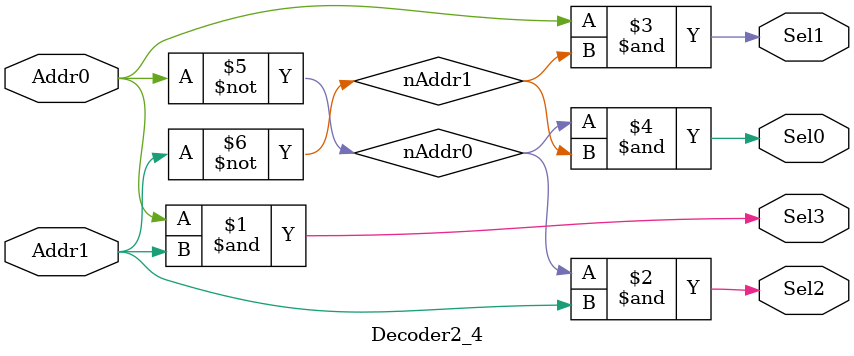
<source format=v>
`timescale 1ns / 1ps
module Decoder2_4(
    input Addr0,
    input Addr1,
    output Sel0,
    output Sel1,
    output Sel2,
    output Sel3
    );
	
	wire nAddr0, nAddr1, nSel0, nSel1, nSel2, nSel3;
	
	not(nAddr0,Addr0);
	not(nAddr1, Addr1);
	and(Sel3,Addr0,Addr1);
	and(Sel2,nAddr0,Addr1);
	and(Sel1,Addr0,nAddr1);
	and(Sel0,nAddr0,nAddr1);
	

endmodule

</source>
